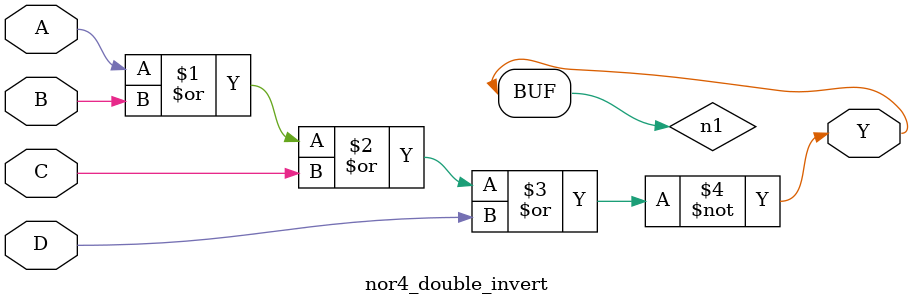
<source format=sv>
module nor4_double_invert (
    input wire A, B, C, D,
    output wire Y
);
    wire n1;
    assign n1 = ~(A | B | C | D);  // NOR operation
    assign Y = n1;  // Direct assignment, removing second inversion
endmodule
</source>
